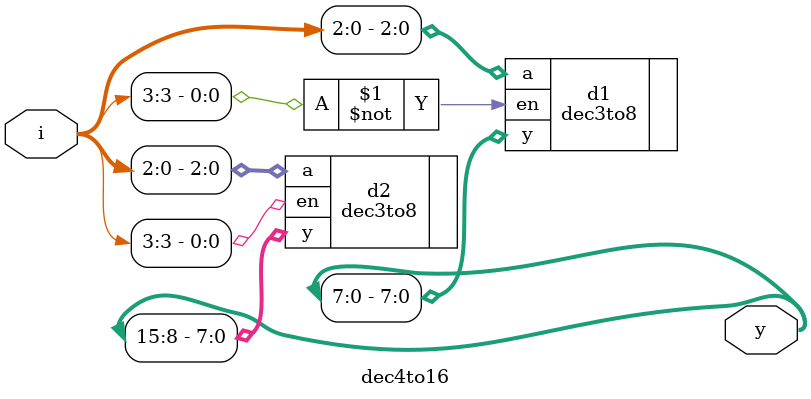
<source format=v>

module dec4to16
(input [3:0]i,
 output [15:0]y);
 
 dec3to8 d1 (.a(i[2:0]),.en(~i[3]),.y(y[7:0])),
 	 d2 (.a(i[2:0]),.en(i[3]),.y(y[15:8]));
 endmodule
 

</source>
